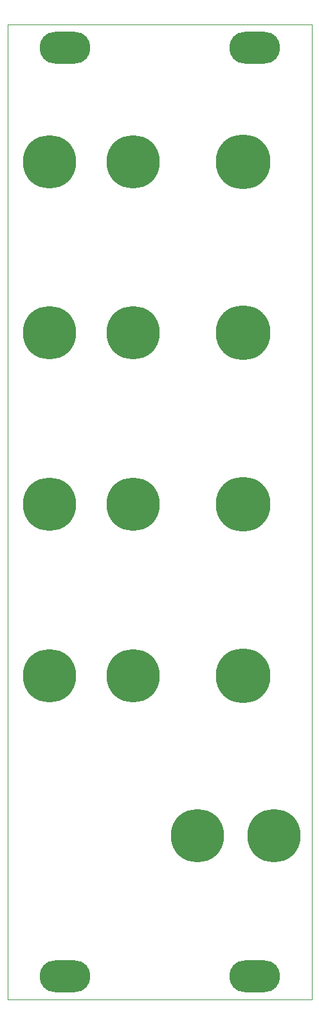
<source format=gbl>
G04 #@! TF.GenerationSoftware,KiCad,Pcbnew,(6.0.0)*
G04 #@! TF.CreationDate,2022-07-06T17:44:35+01:00*
G04 #@! TF.ProjectId,Basic-DC-mixer,42617369-632d-4444-932d-6d697865722e,rev?*
G04 #@! TF.SameCoordinates,Original*
G04 #@! TF.FileFunction,Copper,L2,Bot*
G04 #@! TF.FilePolarity,Positive*
%FSLAX46Y46*%
G04 Gerber Fmt 4.6, Leading zero omitted, Abs format (unit mm)*
G04 Created by KiCad (PCBNEW (6.0.0)) date 2022-07-06 17:44:35*
%MOMM*%
%LPD*%
G01*
G04 APERTURE LIST*
G04 #@! TA.AperFunction,Profile*
%ADD10C,0.050000*%
G04 #@! TD*
G04 #@! TA.AperFunction,ComponentPad*
%ADD11O,6.700000X4.200000*%
G04 #@! TD*
G04 #@! TA.AperFunction,ViaPad*
%ADD12C,7.000000*%
G04 #@! TD*
G04 #@! TA.AperFunction,ViaPad*
%ADD13C,7.200000*%
G04 #@! TD*
G04 APERTURE END LIST*
D10*
X72000000Y-22000000D02*
X72000000Y-150000000D01*
X72000000Y-22000000D02*
X112000000Y-22000000D01*
X112000000Y-22000000D02*
X112000000Y-150000000D01*
X112000000Y-150000000D02*
X72000000Y-150000000D01*
D11*
X79500000Y-147000000D03*
X79500000Y-25000000D03*
X104500000Y-147000000D03*
X104500000Y-25000000D03*
D12*
X107000000Y-128500000D03*
D13*
X103000000Y-107500000D03*
D12*
X77500000Y-62500000D03*
X97000000Y-128500000D03*
D13*
X103000000Y-85000000D03*
D12*
X77500000Y-107500000D03*
X77500000Y-85000000D03*
X88500000Y-107500000D03*
X88500000Y-62500000D03*
D13*
X103000000Y-40000000D03*
D12*
X88500000Y-40000000D03*
X77500000Y-40000000D03*
D13*
X103000000Y-62500000D03*
D12*
X88500000Y-85000000D03*
M02*

</source>
